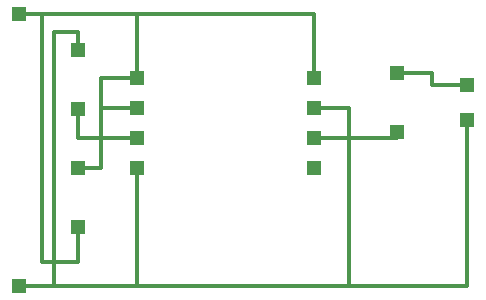
<source format=gbr>
G04 555 Timer LED Circuit - Copper Layer Only*
G04 Traces and pads for soldering*
%MOMM*%
%FSLAX45Y45*%
%IPPOS*%
G75*
%LPD*%
%ADD10C,0.8*%
%ADD11C,0.3*%
%ADD12R,1.2X1.2*%
D12*
G04 555 IC Pads (8 pins) - DIP8*
X001000000Y001500000D03*
X001000000Y001754000D03*
X001000000Y002008000D03*
X001000000Y002262000D03*
X002500000Y001500000D03*
X002500000Y001754000D03*
X002500000Y002008000D03*
X002500000Y002262000D03*
G04 Resistor R1 Pads*
X000500000Y001000000D03*
X000500000Y001500000D03*
G04 Resistor R2 Pads*
X000500000Y002000000D03*
X000500000Y002500000D03*
G04 Capacitor C1 Pads*
X003200000Y001800000D03*
X003200000Y002300000D03*
G04 LED Pads*
X003800000Y001900000D03*
X003800000Y002200000D03*
G04 Power Pads (VCC, GND)*
X000000000Y002800000D03*
X000000000Y000500000D03*
D11*
G04 === TRACES ===" *
G04 VCC line to 555 pin 8 and pin 4*
X000000000Y002800000D02*
X002500000Y002800000D01*
X002500000Y002262000D01*
X002500000Y002800000D02*
X001000000Y002800000D01*
X001000000Y002262000D01*
G04 GND line to 555 pin 1*
X000000000Y000500000D02*
X001000000Y000500000D01*
X001000000Y001500000D01*
G04 555 pin 2 to R2*
X001000000Y001754000D02*
X000500000Y001754000D01*
X000500000Y002000000D01*
G04 555 pin 6 to pin 2 (internal)*
X001000000Y002008000D02*
X000700000Y002008000D01*
X000700000Y001754000D01*
X001000000Y001754000D01*
G04 555 pin 7 to R1*
X001000000Y002262000D02*
X000700000Y002262000D01*
X000700000Y001500000D01*
X000500000Y001500000D01*
G04 R1 to VCC*
X000500000Y001000000D02*
X000500000Y000700000D01*
X000200000Y000700000D01*
X000200000Y002800000D01*
X000000000Y002800000D01*
G04 R2 to GND*
X000500000Y002500000D02*
X000500000Y002650000D01*
X000300000Y002650000D01*
X000300000Y000500000D01*
X000000000Y000500000D01*
G04 555 pin 3 to C1*
X002500000Y001754000D02*
X003200000Y001754000D01*
X003200000Y001800000D01*
G04 C1 to LED*
X003200000Y002300000D02*
X003500000Y002300000D01*
X003500000Y002200000D01*
X003800000Y002200000D01*
G04 LED to GND*
X003800000Y001900000D02*
X003800000Y000500000D01*
X000000000Y000500000D01*
G04 555 pin 5 to GND (bypass)*
X002500000Y002008000D02*
X002800000Y002008000D01*
X002800000Y000500000D01*
M02*

</source>
